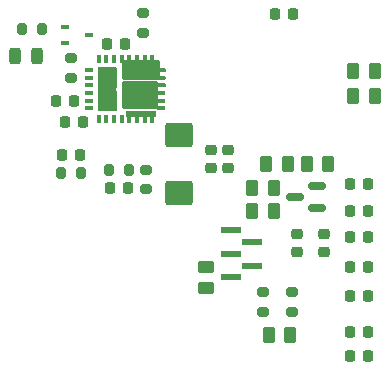
<source format=gbr>
%TF.GenerationSoftware,KiCad,Pcbnew,(6.0.1)*%
%TF.CreationDate,2022-03-12T23:59:42-07:00*%
%TF.ProjectId,PowerBackup,506f7765-7242-4616-936b-75702e6b6963,rev?*%
%TF.SameCoordinates,Original*%
%TF.FileFunction,Paste,Top*%
%TF.FilePolarity,Positive*%
%FSLAX46Y46*%
G04 Gerber Fmt 4.6, Leading zero omitted, Abs format (unit mm)*
G04 Created by KiCad (PCBNEW (6.0.1)) date 2022-03-12 23:59:42*
%MOMM*%
%LPD*%
G01*
G04 APERTURE LIST*
G04 Aperture macros list*
%AMRoundRect*
0 Rectangle with rounded corners*
0 $1 Rounding radius*
0 $2 $3 $4 $5 $6 $7 $8 $9 X,Y pos of 4 corners*
0 Add a 4 corners polygon primitive as box body*
4,1,4,$2,$3,$4,$5,$6,$7,$8,$9,$2,$3,0*
0 Add four circle primitives for the rounded corners*
1,1,$1+$1,$2,$3*
1,1,$1+$1,$4,$5*
1,1,$1+$1,$6,$7*
1,1,$1+$1,$8,$9*
0 Add four rect primitives between the rounded corners*
20,1,$1+$1,$2,$3,$4,$5,0*
20,1,$1+$1,$4,$5,$6,$7,0*
20,1,$1+$1,$6,$7,$8,$9,0*
20,1,$1+$1,$8,$9,$2,$3,0*%
G04 Aperture macros list end*
%ADD10C,0.100000*%
%ADD11RoundRect,0.250000X0.262500X0.450000X-0.262500X0.450000X-0.262500X-0.450000X0.262500X-0.450000X0*%
%ADD12R,1.750000X0.600000*%
%ADD13RoundRect,0.225000X0.225000X0.250000X-0.225000X0.250000X-0.225000X-0.250000X0.225000X-0.250000X0*%
%ADD14RoundRect,0.200000X0.275000X-0.200000X0.275000X0.200000X-0.275000X0.200000X-0.275000X-0.200000X0*%
%ADD15RoundRect,0.200000X0.200000X0.275000X-0.200000X0.275000X-0.200000X-0.275000X0.200000X-0.275000X0*%
%ADD16RoundRect,0.225000X-0.225000X-0.250000X0.225000X-0.250000X0.225000X0.250000X-0.225000X0.250000X0*%
%ADD17RoundRect,0.200000X-0.200000X-0.275000X0.200000X-0.275000X0.200000X0.275000X-0.200000X0.275000X0*%
%ADD18RoundRect,0.150000X0.587500X0.150000X-0.587500X0.150000X-0.587500X-0.150000X0.587500X-0.150000X0*%
%ADD19RoundRect,0.250000X0.925000X-0.787500X0.925000X0.787500X-0.925000X0.787500X-0.925000X-0.787500X0*%
%ADD20RoundRect,0.250000X-0.262500X-0.450000X0.262500X-0.450000X0.262500X0.450000X-0.262500X0.450000X0*%
%ADD21R,0.299974X0.704800*%
%ADD22R,1.600000X3.700000*%
%ADD23R,2.600000X0.470000*%
%ADD24R,0.704800X0.299974*%
%ADD25RoundRect,0.046200X1.481300X-1.108800X1.481300X1.108800X-1.481300X1.108800X-1.481300X-1.108800X0*%
%ADD26RoundRect,0.032000X1.551500X-0.768000X1.551500X0.768000X-1.551500X0.768000X-1.551500X-0.768000X0*%
%ADD27RoundRect,0.225000X-0.250000X0.225000X-0.250000X-0.225000X0.250000X-0.225000X0.250000X0.225000X0*%
%ADD28RoundRect,0.200000X-0.275000X0.200000X-0.275000X-0.200000X0.275000X-0.200000X0.275000X0.200000X0*%
%ADD29RoundRect,0.250000X-0.450000X0.262500X-0.450000X-0.262500X0.450000X-0.262500X0.450000X0.262500X0*%
%ADD30R,0.700000X0.450000*%
%ADD31RoundRect,0.243750X-0.243750X-0.456250X0.243750X-0.456250X0.243750X0.456250X-0.243750X0.456250X0*%
%ADD32RoundRect,0.225000X0.250000X-0.225000X0.250000X0.225000X-0.250000X0.225000X-0.250000X-0.225000X0*%
G04 APERTURE END LIST*
D10*
%TO.C,U2*%
X119741000Y-95276000D02*
X119596000Y-95276000D01*
X119596000Y-95276000D02*
X119596000Y-94776000D01*
X119596000Y-94776000D02*
X119741000Y-94776000D01*
X119741000Y-94776000D02*
X119741000Y-95276000D01*
G36*
X119741000Y-95276000D02*
G01*
X119596000Y-95276000D01*
X119596000Y-94776000D01*
X119741000Y-94776000D01*
X119741000Y-95276000D01*
G37*
X118646000Y-91561000D02*
X119146000Y-91561000D01*
X119146000Y-91561000D02*
X119146000Y-91416000D01*
X119146000Y-91416000D02*
X118646000Y-91416000D01*
X118646000Y-91416000D02*
X118646000Y-91561000D01*
G36*
X118646000Y-91561000D02*
G01*
X119146000Y-91561000D01*
X119146000Y-91416000D01*
X118646000Y-91416000D01*
X118646000Y-91561000D01*
G37*
X119646000Y-92291000D02*
X121146000Y-92291000D01*
X121146000Y-92291000D02*
X121146000Y-90656000D01*
X121146000Y-90656000D02*
X119646000Y-90656000D01*
X119646000Y-90656000D02*
X119646000Y-92291000D01*
G36*
X119646000Y-92291000D02*
G01*
X121146000Y-92291000D01*
X121146000Y-90656000D01*
X119646000Y-90656000D01*
X119646000Y-92291000D01*
G37*
X119646000Y-94251000D02*
X121146000Y-94251000D01*
X121146000Y-94251000D02*
X121146000Y-92616000D01*
X121146000Y-92616000D02*
X119646000Y-92616000D01*
X119646000Y-92616000D02*
X119646000Y-94251000D01*
G36*
X119646000Y-94251000D02*
G01*
X121146000Y-94251000D01*
X121146000Y-92616000D01*
X119646000Y-92616000D01*
X119646000Y-94251000D01*
G37*
X125266000Y-90761000D02*
X124766000Y-90761000D01*
X124766000Y-90761000D02*
X124766000Y-90906000D01*
X124766000Y-90906000D02*
X125266000Y-90906000D01*
X125266000Y-90906000D02*
X125266000Y-90761000D01*
G36*
X125266000Y-90761000D02*
G01*
X124766000Y-90761000D01*
X124766000Y-90906000D01*
X125266000Y-90906000D01*
X125266000Y-90761000D01*
G37*
X118626000Y-94156000D02*
X119126000Y-94156000D01*
X119126000Y-94156000D02*
X119126000Y-94011000D01*
X119126000Y-94011000D02*
X118626000Y-94011000D01*
X118626000Y-94011000D02*
X118626000Y-94156000D01*
G36*
X118626000Y-94156000D02*
G01*
X119126000Y-94156000D01*
X119126000Y-94011000D01*
X118626000Y-94011000D01*
X118626000Y-94156000D01*
G37*
X122686000Y-92671000D02*
X123406000Y-92671000D01*
X123406000Y-92671000D02*
X123406000Y-91906000D01*
X123406000Y-91906000D02*
X122686000Y-91906000D01*
X122686000Y-91906000D02*
X122686000Y-92671000D01*
G36*
X122686000Y-92671000D02*
G01*
X123406000Y-92671000D01*
X123406000Y-91906000D01*
X122686000Y-91906000D01*
X122686000Y-92671000D01*
G37*
X122716000Y-93991000D02*
X123436000Y-93991000D01*
X123436000Y-93991000D02*
X123436000Y-93226000D01*
X123436000Y-93226000D02*
X122716000Y-93226000D01*
X122716000Y-93226000D02*
X122716000Y-93991000D01*
G36*
X122716000Y-93991000D02*
G01*
X123436000Y-93991000D01*
X123436000Y-93226000D01*
X122716000Y-93226000D01*
X122716000Y-93991000D01*
G37*
X122991000Y-95276000D02*
X122846000Y-95276000D01*
X122846000Y-95276000D02*
X122846000Y-94776000D01*
X122846000Y-94776000D02*
X122991000Y-94776000D01*
X122991000Y-94776000D02*
X122991000Y-95276000D01*
G36*
X122991000Y-95276000D02*
G01*
X122846000Y-95276000D01*
X122846000Y-94776000D01*
X122991000Y-94776000D01*
X122991000Y-95276000D01*
G37*
X123766000Y-94051000D02*
X124486000Y-94051000D01*
X124486000Y-94051000D02*
X124486000Y-93286000D01*
X124486000Y-93286000D02*
X123766000Y-93286000D01*
X123766000Y-93286000D02*
X123766000Y-94051000D01*
G36*
X123766000Y-94051000D02*
G01*
X124486000Y-94051000D01*
X124486000Y-93286000D01*
X123766000Y-93286000D01*
X123766000Y-94051000D01*
G37*
X122351000Y-90166000D02*
X122206000Y-90166000D01*
X122206000Y-90166000D02*
X122206000Y-89666000D01*
X122206000Y-89666000D02*
X122351000Y-89666000D01*
X122351000Y-89666000D02*
X122351000Y-90166000D01*
G36*
X122351000Y-90166000D02*
G01*
X122206000Y-90166000D01*
X122206000Y-89666000D01*
X122351000Y-89666000D01*
X122351000Y-90166000D01*
G37*
X119741000Y-90156000D02*
X119596000Y-90156000D01*
X119596000Y-90156000D02*
X119596000Y-89656000D01*
X119596000Y-89656000D02*
X119741000Y-89656000D01*
X119741000Y-89656000D02*
X119741000Y-90156000D01*
G36*
X119741000Y-90156000D02*
G01*
X119596000Y-90156000D01*
X119596000Y-89656000D01*
X119741000Y-89656000D01*
X119741000Y-90156000D01*
G37*
X118646000Y-93501000D02*
X119146000Y-93501000D01*
X119146000Y-93501000D02*
X119146000Y-93356000D01*
X119146000Y-93356000D02*
X118646000Y-93356000D01*
X118646000Y-93356000D02*
X118646000Y-93501000D01*
G36*
X118646000Y-93501000D02*
G01*
X119146000Y-93501000D01*
X119146000Y-93356000D01*
X118646000Y-93356000D01*
X118646000Y-93501000D01*
G37*
X124746000Y-92861000D02*
X125246000Y-92861000D01*
X125246000Y-92861000D02*
X125246000Y-92716000D01*
X125246000Y-92716000D02*
X124746000Y-92716000D01*
X124746000Y-92716000D02*
X124746000Y-92861000D01*
G36*
X124746000Y-92861000D02*
G01*
X125246000Y-92861000D01*
X125246000Y-92716000D01*
X124746000Y-92716000D01*
X124746000Y-92861000D01*
G37*
X121041000Y-95266000D02*
X120896000Y-95266000D01*
X120896000Y-95266000D02*
X120896000Y-94766000D01*
X120896000Y-94766000D02*
X121041000Y-94766000D01*
X121041000Y-94766000D02*
X121041000Y-95266000D01*
G36*
X121041000Y-95266000D02*
G01*
X120896000Y-95266000D01*
X120896000Y-94766000D01*
X121041000Y-94766000D01*
X121041000Y-95266000D01*
G37*
X118656000Y-92201000D02*
X119156000Y-92201000D01*
X119156000Y-92201000D02*
X119156000Y-92056000D01*
X119156000Y-92056000D02*
X118656000Y-92056000D01*
X118656000Y-92056000D02*
X118656000Y-92201000D01*
G36*
X118656000Y-92201000D02*
G01*
X119156000Y-92201000D01*
X119156000Y-92056000D01*
X118656000Y-92056000D01*
X118656000Y-92201000D01*
G37*
X124766000Y-92201000D02*
X125266000Y-92201000D01*
X125266000Y-92201000D02*
X125266000Y-92056000D01*
X125266000Y-92056000D02*
X124766000Y-92056000D01*
X124766000Y-92056000D02*
X124766000Y-92201000D01*
G36*
X124766000Y-92201000D02*
G01*
X125266000Y-92201000D01*
X125266000Y-92056000D01*
X124766000Y-92056000D01*
X124766000Y-92201000D01*
G37*
X123641000Y-90126000D02*
X123496000Y-90126000D01*
X123496000Y-90126000D02*
X123496000Y-89626000D01*
X123496000Y-89626000D02*
X123641000Y-89626000D01*
X123641000Y-89626000D02*
X123641000Y-90126000D01*
G36*
X123641000Y-90126000D02*
G01*
X123496000Y-90126000D01*
X123496000Y-89626000D01*
X123641000Y-89626000D01*
X123641000Y-90126000D01*
G37*
X118646000Y-90911000D02*
X119146000Y-90911000D01*
X119146000Y-90911000D02*
X119146000Y-90766000D01*
X119146000Y-90766000D02*
X118646000Y-90766000D01*
X118646000Y-90766000D02*
X118646000Y-90911000D01*
G36*
X118646000Y-90911000D02*
G01*
X119146000Y-90911000D01*
X119146000Y-90766000D01*
X118646000Y-90766000D01*
X118646000Y-90911000D01*
G37*
X123186000Y-91218500D02*
X124556000Y-91218500D01*
X124556000Y-91218500D02*
X124556000Y-90453500D01*
X124556000Y-90453500D02*
X123186000Y-90453500D01*
X123186000Y-90453500D02*
X123186000Y-91218500D01*
G36*
X123186000Y-91218500D02*
G01*
X124556000Y-91218500D01*
X124556000Y-90453500D01*
X123186000Y-90453500D01*
X123186000Y-91218500D01*
G37*
X121726000Y-94041000D02*
X122446000Y-94041000D01*
X122446000Y-94041000D02*
X122446000Y-93276000D01*
X122446000Y-93276000D02*
X121726000Y-93276000D01*
X121726000Y-93276000D02*
X121726000Y-94041000D01*
G36*
X121726000Y-94041000D02*
G01*
X122446000Y-94041000D01*
X122446000Y-93276000D01*
X121726000Y-93276000D01*
X121726000Y-94041000D01*
G37*
X124736000Y-94161000D02*
X125236000Y-94161000D01*
X125236000Y-94161000D02*
X125236000Y-94016000D01*
X125236000Y-94016000D02*
X124736000Y-94016000D01*
X124736000Y-94016000D02*
X124736000Y-94161000D01*
G36*
X124736000Y-94161000D02*
G01*
X125236000Y-94161000D01*
X125236000Y-94016000D01*
X124736000Y-94016000D01*
X124736000Y-94161000D01*
G37*
X120391000Y-90156000D02*
X120246000Y-90156000D01*
X120246000Y-90156000D02*
X120246000Y-89656000D01*
X120246000Y-89656000D02*
X120391000Y-89656000D01*
X120391000Y-89656000D02*
X120391000Y-90156000D01*
G36*
X120391000Y-90156000D02*
G01*
X120246000Y-90156000D01*
X120246000Y-89656000D01*
X120391000Y-89656000D01*
X120391000Y-90156000D01*
G37*
X121051000Y-90156000D02*
X120906000Y-90156000D01*
X120906000Y-90156000D02*
X120906000Y-89656000D01*
X120906000Y-89656000D02*
X121051000Y-89656000D01*
X121051000Y-89656000D02*
X121051000Y-90156000D01*
G36*
X121051000Y-90156000D02*
G01*
X120906000Y-90156000D01*
X120906000Y-89656000D01*
X121051000Y-89656000D01*
X121051000Y-90156000D01*
G37*
X124291000Y-95266000D02*
X124146000Y-95266000D01*
X124146000Y-95266000D02*
X124146000Y-94766000D01*
X124146000Y-94766000D02*
X124291000Y-94766000D01*
X124291000Y-94766000D02*
X124291000Y-95266000D01*
G36*
X124291000Y-95266000D02*
G01*
X124146000Y-95266000D01*
X124146000Y-94766000D01*
X124291000Y-94766000D01*
X124291000Y-95266000D01*
G37*
X123651000Y-95276000D02*
X123506000Y-95276000D01*
X123506000Y-95276000D02*
X123506000Y-94776000D01*
X123506000Y-94776000D02*
X123651000Y-94776000D01*
X123651000Y-94776000D02*
X123651000Y-95276000D01*
G36*
X123651000Y-95276000D02*
G01*
X123506000Y-95276000D01*
X123506000Y-94776000D01*
X123651000Y-94776000D01*
X123651000Y-95276000D01*
G37*
X122331000Y-95276000D02*
X122186000Y-95276000D01*
X122186000Y-95276000D02*
X122186000Y-94776000D01*
X122186000Y-94776000D02*
X122331000Y-94776000D01*
X122331000Y-94776000D02*
X122331000Y-95276000D01*
G36*
X122331000Y-95276000D02*
G01*
X122186000Y-95276000D01*
X122186000Y-94776000D01*
X122331000Y-94776000D01*
X122331000Y-95276000D01*
G37*
X123666000Y-92661000D02*
X124386000Y-92661000D01*
X124386000Y-92661000D02*
X124386000Y-91896000D01*
X124386000Y-91896000D02*
X123666000Y-91896000D01*
X123666000Y-91896000D02*
X123666000Y-92661000D01*
G36*
X123666000Y-92661000D02*
G01*
X124386000Y-92661000D01*
X124386000Y-91896000D01*
X123666000Y-91896000D01*
X123666000Y-92661000D01*
G37*
X120391000Y-95276000D02*
X120246000Y-95276000D01*
X120246000Y-95276000D02*
X120246000Y-94776000D01*
X120246000Y-94776000D02*
X120391000Y-94776000D01*
X120391000Y-94776000D02*
X120391000Y-95276000D01*
G36*
X120391000Y-95276000D02*
G01*
X120246000Y-95276000D01*
X120246000Y-94776000D01*
X120391000Y-94776000D01*
X120391000Y-95276000D01*
G37*
X118646000Y-92851000D02*
X119146000Y-92851000D01*
X119146000Y-92851000D02*
X119146000Y-92706000D01*
X119146000Y-92706000D02*
X118646000Y-92706000D01*
X118646000Y-92706000D02*
X118646000Y-92851000D01*
G36*
X118646000Y-92851000D02*
G01*
X119146000Y-92851000D01*
X119146000Y-92706000D01*
X118646000Y-92706000D01*
X118646000Y-92851000D01*
G37*
X121681000Y-90156000D02*
X121536000Y-90156000D01*
X121536000Y-90156000D02*
X121536000Y-89656000D01*
X121536000Y-89656000D02*
X121681000Y-89656000D01*
X121681000Y-89656000D02*
X121681000Y-90156000D01*
G36*
X121681000Y-90156000D02*
G01*
X121536000Y-90156000D01*
X121536000Y-89656000D01*
X121681000Y-89656000D01*
X121681000Y-90156000D01*
G37*
X122991000Y-90126000D02*
X122846000Y-90126000D01*
X122846000Y-90126000D02*
X122846000Y-89626000D01*
X122846000Y-89626000D02*
X122991000Y-89626000D01*
X122991000Y-89626000D02*
X122991000Y-90126000D01*
G36*
X122991000Y-90126000D02*
G01*
X122846000Y-90126000D01*
X122846000Y-89626000D01*
X122991000Y-89626000D01*
X122991000Y-90126000D01*
G37*
X124766000Y-91551000D02*
X125266000Y-91551000D01*
X125266000Y-91551000D02*
X125266000Y-91406000D01*
X125266000Y-91406000D02*
X124766000Y-91406000D01*
X124766000Y-91406000D02*
X124766000Y-91551000D01*
G36*
X124766000Y-91551000D02*
G01*
X125266000Y-91551000D01*
X125266000Y-91406000D01*
X124766000Y-91406000D01*
X124766000Y-91551000D01*
G37*
X124736000Y-93511000D02*
X125236000Y-93511000D01*
X125236000Y-93511000D02*
X125236000Y-93366000D01*
X125236000Y-93366000D02*
X124736000Y-93366000D01*
X124736000Y-93366000D02*
X124736000Y-93511000D01*
G36*
X124736000Y-93511000D02*
G01*
X125236000Y-93511000D01*
X125236000Y-93366000D01*
X124736000Y-93366000D01*
X124736000Y-93511000D01*
G37*
X124291000Y-90116000D02*
X124146000Y-90116000D01*
X124146000Y-90116000D02*
X124146000Y-89616000D01*
X124146000Y-89616000D02*
X124291000Y-89616000D01*
X124291000Y-89616000D02*
X124291000Y-90116000D01*
G36*
X124291000Y-90116000D02*
G01*
X124146000Y-90116000D01*
X124146000Y-89616000D01*
X124291000Y-89616000D01*
X124291000Y-90116000D01*
G37*
X121726000Y-92661000D02*
X122446000Y-92661000D01*
X122446000Y-92661000D02*
X122446000Y-91896000D01*
X122446000Y-91896000D02*
X121726000Y-91896000D01*
X121726000Y-91896000D02*
X121726000Y-92661000D01*
G36*
X121726000Y-92661000D02*
G01*
X122446000Y-92661000D01*
X122446000Y-91896000D01*
X121726000Y-91896000D01*
X121726000Y-92661000D01*
G37*
X121716000Y-91201000D02*
X122916000Y-91201000D01*
X122916000Y-91201000D02*
X122916000Y-90436000D01*
X122916000Y-90436000D02*
X121716000Y-90436000D01*
X121716000Y-90436000D02*
X121716000Y-91201000D01*
G36*
X121716000Y-91201000D02*
G01*
X122916000Y-91201000D01*
X122916000Y-90436000D01*
X121716000Y-90436000D01*
X121716000Y-91201000D01*
G37*
X121691000Y-95266000D02*
X121546000Y-95266000D01*
X121546000Y-95266000D02*
X121546000Y-94766000D01*
X121546000Y-94766000D02*
X121691000Y-94766000D01*
X121691000Y-94766000D02*
X121691000Y-95266000D01*
G36*
X121691000Y-95266000D02*
G01*
X121546000Y-95266000D01*
X121546000Y-94766000D01*
X121691000Y-94766000D01*
X121691000Y-95266000D01*
G37*
%TD*%
D11*
%TO.C,R16*%
X143037500Y-93050000D03*
X141212500Y-93050000D03*
%TD*%
D12*
%TO.C,J4*%
X130925000Y-104400000D03*
X132675000Y-105400000D03*
X130925000Y-106400000D03*
X132675000Y-107400000D03*
X130925000Y-108400000D03*
%TD*%
D13*
%TO.C,C12*%
X121933000Y-88646000D03*
X120383000Y-88646000D03*
%TD*%
D14*
%TO.C,R23*%
X117348000Y-91503000D03*
X117348000Y-89853000D03*
%TD*%
D15*
%TO.C,R18*%
X114871000Y-87376000D03*
X113221000Y-87376000D03*
%TD*%
D16*
%TO.C,C1*%
X140975000Y-115019236D03*
X142525000Y-115019236D03*
%TD*%
%TO.C,C6*%
X140975000Y-102750000D03*
X142525000Y-102750000D03*
%TD*%
D17*
%TO.C,R20*%
X116523000Y-99568000D03*
X118173000Y-99568000D03*
%TD*%
D16*
%TO.C,C7*%
X140975000Y-100500000D03*
X142525000Y-100500000D03*
%TD*%
D18*
%TO.C,Q1*%
X138137500Y-102550000D03*
X138137500Y-100650000D03*
X136262500Y-101600000D03*
%TD*%
D19*
%TO.C,C18*%
X126492000Y-96343500D03*
X126492000Y-101268500D03*
%TD*%
D20*
%TO.C,R11*%
X133887500Y-98800000D03*
X135712500Y-98800000D03*
%TD*%
D16*
%TO.C,C10*%
X134607000Y-86106000D03*
X136157000Y-86106000D03*
%TD*%
D14*
%TO.C,R21*%
X123700000Y-100925000D03*
X123700000Y-99275000D03*
%TD*%
D21*
%TO.C,U2*%
X119671001Y-95008400D03*
X120320999Y-95008400D03*
D22*
X120396000Y-92456000D03*
D21*
X120971001Y-95008400D03*
X121620999Y-95008400D03*
X122271001Y-95008400D03*
D23*
X123256000Y-94576000D03*
D21*
X122920999Y-95008400D03*
X123571001Y-95008400D03*
X124220999Y-95008400D03*
D24*
X124998399Y-94081001D03*
X124998399Y-93430999D03*
X124998399Y-92781001D03*
D25*
X123173500Y-92961000D03*
D24*
X124998399Y-92130999D03*
X124998399Y-91481001D03*
X124998399Y-90830999D03*
D21*
X124220999Y-89903600D03*
D26*
X123232500Y-90856000D03*
D21*
X123571001Y-89903600D03*
X122920999Y-89903600D03*
X122271001Y-89903600D03*
X121620999Y-89903600D03*
X120971001Y-89903600D03*
X120320999Y-89903600D03*
X119671001Y-89903600D03*
D24*
X118893601Y-90830999D03*
X118893601Y-91481001D03*
X118893601Y-92130999D03*
X118893601Y-92781001D03*
X118893601Y-93430999D03*
X118893601Y-94081001D03*
%TD*%
D27*
%TO.C,C9*%
X136500000Y-104725000D03*
X136500000Y-106275000D03*
%TD*%
%TO.C,C8*%
X138750000Y-104725000D03*
X138750000Y-106275000D03*
%TD*%
D28*
%TO.C,R9*%
X136087500Y-109675000D03*
X136087500Y-111325000D03*
%TD*%
D20*
%TO.C,R13*%
X132687500Y-102800000D03*
X134512500Y-102800000D03*
%TD*%
D16*
%TO.C,C3*%
X140975000Y-110000000D03*
X142525000Y-110000000D03*
%TD*%
D29*
%TO.C,TH1*%
X128800000Y-107487500D03*
X128800000Y-109312500D03*
%TD*%
D16*
%TO.C,C5*%
X140975000Y-105000000D03*
X142525000Y-105000000D03*
%TD*%
%TO.C,C4*%
X140975000Y-107500000D03*
X142525000Y-107500000D03*
%TD*%
D20*
%TO.C,R15*%
X132687500Y-100800000D03*
X134512500Y-100800000D03*
%TD*%
D30*
%TO.C,D4*%
X116856000Y-87234000D03*
X116856000Y-88534000D03*
X118856000Y-87884000D03*
%TD*%
D14*
%TO.C,R19*%
X123444000Y-87693000D03*
X123444000Y-86043000D03*
%TD*%
D11*
%TO.C,R17*%
X143037500Y-90925000D03*
X141212500Y-90925000D03*
%TD*%
%TO.C,R8*%
X139112500Y-98800000D03*
X137287500Y-98800000D03*
%TD*%
%TO.C,R10*%
X135912500Y-113250000D03*
X134087500Y-113250000D03*
%TD*%
D13*
%TO.C,C25*%
X117615000Y-93472000D03*
X116065000Y-93472000D03*
%TD*%
D15*
%TO.C,R22*%
X122237000Y-99314000D03*
X120587000Y-99314000D03*
%TD*%
D16*
%TO.C,C2*%
X140975000Y-113000000D03*
X142525000Y-113000000D03*
%TD*%
D28*
%TO.C,R12*%
X133587500Y-109675000D03*
X133587500Y-111325000D03*
%TD*%
D13*
%TO.C,C15*%
X122187000Y-100850000D03*
X120637000Y-100850000D03*
%TD*%
%TO.C,C14*%
X118123000Y-98044000D03*
X116573000Y-98044000D03*
%TD*%
D31*
%TO.C,D3*%
X112600500Y-89662000D03*
X114475500Y-89662000D03*
%TD*%
D32*
%TO.C,C17*%
X130650000Y-99150000D03*
X130650000Y-97600000D03*
%TD*%
D13*
%TO.C,C11*%
X118390000Y-95250000D03*
X116840000Y-95250000D03*
%TD*%
D32*
%TO.C,C16*%
X129150000Y-99150000D03*
X129150000Y-97600000D03*
%TD*%
M02*

</source>
